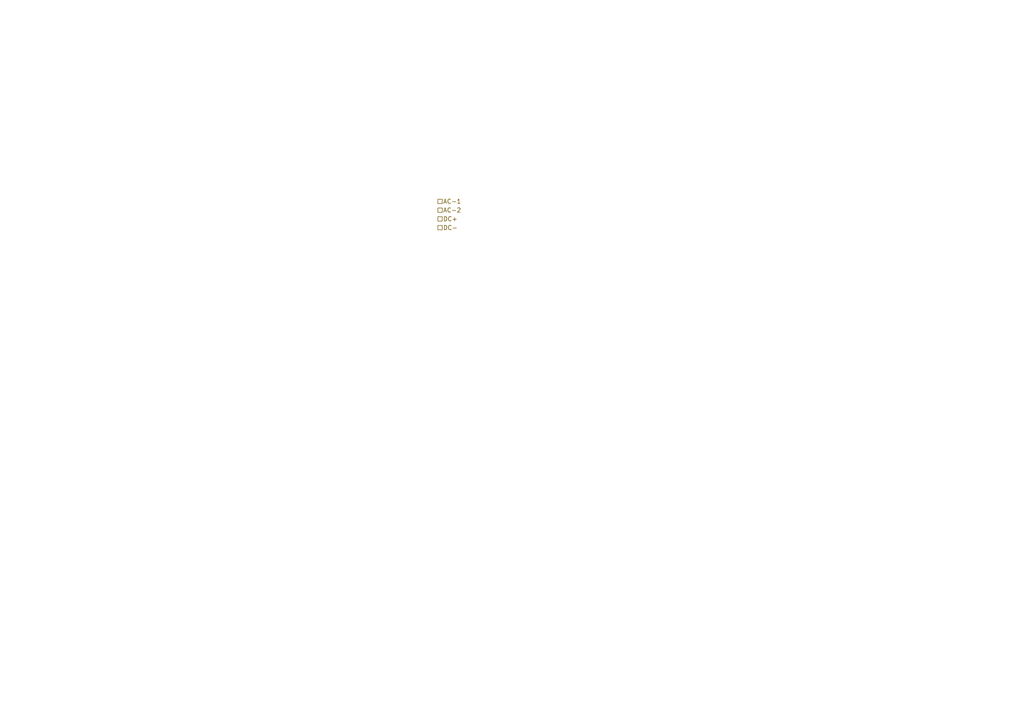
<source format=kicad_sch>
(kicad_sch
	(version 20250114)
	(generator "eeschema")
	(generator_version "9.0")
	(uuid "3a20126e-f345-46fb-90cf-2b6687ecac73")
	(paper "A4")
	(lib_symbols)
	(hierarchical_label "DC-"
		(shape passive)
		(at 127 66.04 0)
		(effects
			(font
				(size 1.27 1.27)
			)
			(justify left)
		)
		(uuid "4cb42070-1be3-4949-9ad5-7fbed815cd68")
	)
	(hierarchical_label "AC-1"
		(shape passive)
		(at 127 58.42 0)
		(effects
			(font
				(size 1.27 1.27)
			)
			(justify left)
		)
		(uuid "8bc6d4a4-6e7c-4dc3-b570-f885867ec5ed")
	)
	(hierarchical_label "AC-2"
		(shape passive)
		(at 127 60.96 0)
		(effects
			(font
				(size 1.27 1.27)
			)
			(justify left)
		)
		(uuid "9109d301-ad3e-4eba-913b-9a542dc675c5")
	)
	(hierarchical_label "DC+"
		(shape passive)
		(at 127 63.5 0)
		(effects
			(font
				(size 1.27 1.27)
			)
			(justify left)
		)
		(uuid "a6ddc051-c0bd-4099-81a5-76f4b56ab24d")
	)
)

</source>
